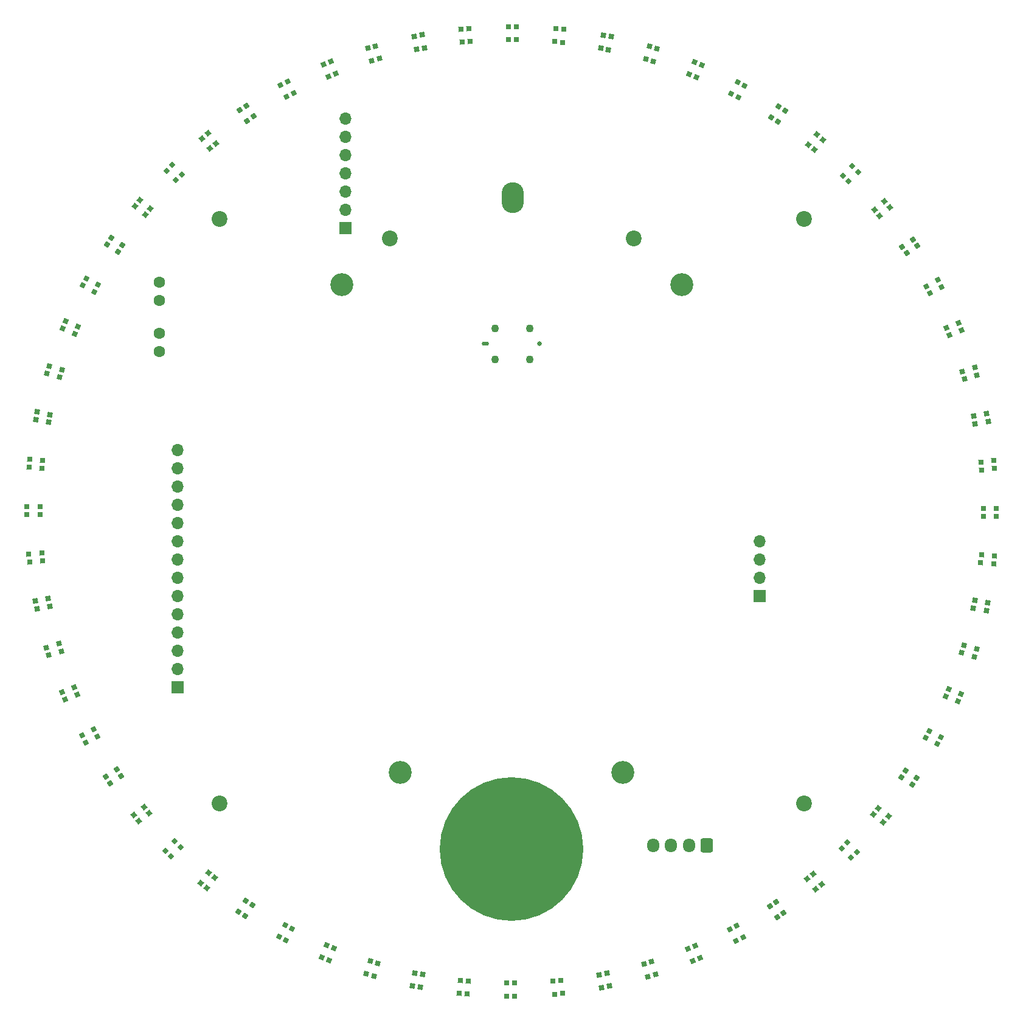
<source format=gbr>
%TF.GenerationSoftware,KiCad,Pcbnew,7.0.11*%
%TF.CreationDate,2025-01-20T02:06:30+09:00*%
%TF.ProjectId,IO,494f2e6b-6963-4616-945f-706362585858,rev?*%
%TF.SameCoordinates,Original*%
%TF.FileFunction,Soldermask,Top*%
%TF.FilePolarity,Negative*%
%FSLAX46Y46*%
G04 Gerber Fmt 4.6, Leading zero omitted, Abs format (unit mm)*
G04 Created by KiCad (PCBNEW 7.0.11) date 2025-01-20 02:06:30*
%MOMM*%
%LPD*%
G01*
G04 APERTURE LIST*
G04 Aperture macros list*
%AMRoundRect*
0 Rectangle with rounded corners*
0 $1 Rounding radius*
0 $2 $3 $4 $5 $6 $7 $8 $9 X,Y pos of 4 corners*
0 Add a 4 corners polygon primitive as box body*
4,1,4,$2,$3,$4,$5,$6,$7,$8,$9,$2,$3,0*
0 Add four circle primitives for the rounded corners*
1,1,$1+$1,$2,$3*
1,1,$1+$1,$4,$5*
1,1,$1+$1,$6,$7*
1,1,$1+$1,$8,$9*
0 Add four rect primitives between the rounded corners*
20,1,$1+$1,$2,$3,$4,$5,0*
20,1,$1+$1,$4,$5,$6,$7,0*
20,1,$1+$1,$6,$7,$8,$9,0*
20,1,$1+$1,$8,$9,$2,$3,0*%
%AMRotRect*
0 Rectangle, with rotation*
0 The origin of the aperture is its center*
0 $1 length*
0 $2 width*
0 $3 Rotation angle, in degrees counterclockwise*
0 Add horizontal line*
21,1,$1,$2,0,0,$3*%
G04 Aperture macros list end*
%ADD10RotRect,0.700000X0.700000X348.750000*%
%ADD11RotRect,0.700000X0.700000X196.875000*%
%ADD12RotRect,0.700000X0.700000X292.500000*%
%ADD13R,1.700000X1.700000*%
%ADD14O,1.700000X1.700000*%
%ADD15RotRect,0.700000X0.700000X140.625000*%
%ADD16RotRect,0.700000X0.700000X303.750000*%
%ADD17RotRect,0.700000X0.700000X50.625000*%
%ADD18RotRect,0.700000X0.700000X320.625000*%
%ADD19RotRect,0.700000X0.700000X45.000000*%
%ADD20C,2.200000*%
%ADD21RotRect,0.700000X0.700000X185.625000*%
%ADD22RotRect,0.700000X0.700000X101.250000*%
%ADD23C,3.200000*%
%ADD24RotRect,0.700000X0.700000X275.625000*%
%ADD25RotRect,0.700000X0.700000X236.250000*%
%ADD26RotRect,0.700000X0.700000X264.375000*%
%ADD27RotRect,0.700000X0.700000X174.375000*%
%ADD28R,0.700000X0.700000*%
%ADD29RotRect,0.700000X0.700000X106.875000*%
%ADD30RotRect,0.700000X0.700000X337.500000*%
%ADD31RotRect,0.700000X0.700000X241.875000*%
%ADD32RotRect,0.700000X0.700000X281.250000*%
%ADD33RotRect,0.700000X0.700000X213.750000*%
%ADD34RotRect,0.700000X0.700000X123.750000*%
%ADD35RotRect,0.700000X0.700000X118.125000*%
%ADD36RotRect,0.700000X0.700000X22.500000*%
%ADD37RotRect,0.700000X0.700000X146.250000*%
%ADD38RotRect,0.700000X0.700000X191.250000*%
%ADD39RotRect,0.700000X0.700000X253.125000*%
%ADD40RotRect,0.700000X0.700000X230.625000*%
%ADD41RotRect,0.700000X0.700000X5.625000*%
%ADD42RotRect,0.700000X0.700000X202.500000*%
%ADD43RotRect,0.700000X0.700000X95.625000*%
%ADD44RotRect,0.700000X0.700000X157.500000*%
%ADD45RotRect,0.700000X0.700000X112.500000*%
%ADD46RotRect,0.700000X0.700000X354.375000*%
%ADD47RotRect,0.700000X0.700000X61.875000*%
%ADD48RotRect,0.700000X0.700000X78.750000*%
%ADD49RotRect,0.700000X0.700000X326.250000*%
%ADD50RotRect,0.700000X0.700000X219.375000*%
%ADD51RotRect,0.700000X0.700000X28.125000*%
%ADD52RotRect,0.700000X0.700000X247.500000*%
%ADD53C,20.000000*%
%ADD54RotRect,0.700000X0.700000X163.125000*%
%ADD55RotRect,0.700000X0.700000X343.125000*%
%ADD56RotRect,0.700000X0.700000X286.875000*%
%ADD57RotRect,0.700000X0.700000X84.375000*%
%ADD58RotRect,0.700000X0.700000X129.375000*%
%ADD59RotRect,0.700000X0.700000X56.250000*%
%ADD60RotRect,0.700000X0.700000X309.375000*%
%ADD61RotRect,0.700000X0.700000X315.000000*%
%ADD62RotRect,0.700000X0.700000X73.125000*%
%ADD63RotRect,0.700000X0.700000X39.375000*%
%ADD64RotRect,0.700000X0.700000X208.125000*%
%ADD65RotRect,0.700000X0.700000X258.750000*%
%ADD66RotRect,0.700000X0.700000X168.750000*%
%ADD67RotRect,0.700000X0.700000X16.875000*%
%ADD68RotRect,0.700000X0.700000X67.500000*%
%ADD69RotRect,0.700000X0.700000X225.000000*%
%ADD70RotRect,0.700000X0.700000X11.250000*%
%ADD71RotRect,0.700000X0.700000X298.125000*%
%ADD72RotRect,0.700000X0.700000X331.875000*%
%ADD73RotRect,0.700000X0.700000X33.750000*%
%ADD74RotRect,0.700000X0.700000X135.000000*%
%ADD75RotRect,0.700000X0.700000X151.875000*%
%ADD76RoundRect,0.250000X0.600000X0.725000X-0.600000X0.725000X-0.600000X-0.725000X0.600000X-0.725000X0*%
%ADD77O,1.700000X1.950000*%
%ADD78C,1.600000*%
%ADD79C,0.660000*%
%ADD80O,1.000000X0.580000*%
%ADD81C,1.100000*%
%ADD82O,3.100000X4.300000*%
G04 APERTURE END LIST*
D10*
%TO.C,D23*%
X77219138Y-75730485D03*
X77004539Y-76809349D03*
X78799376Y-77166365D03*
X79013975Y-76087501D03*
%TD*%
D11*
%TO.C,D42*%
X208057349Y-70603527D03*
X207738036Y-69550892D03*
X205986835Y-70082113D03*
X206306148Y-71134748D03*
%TD*%
D12*
%TO.C,D40*%
X118072244Y-26946008D03*
X117055977Y-27366960D03*
X117756288Y-29057660D03*
X118772555Y-28636708D03*
%TD*%
D13*
%TO.C,J3*%
X177780000Y-101360000D03*
D14*
X177780000Y-98820000D03*
X177780000Y-96280000D03*
X177780000Y-93740000D03*
%TD*%
D15*
%TO.C,D59*%
X195024971Y-132885619D03*
X195722804Y-132035307D03*
X194308195Y-130874367D03*
X193610362Y-131724679D03*
%TD*%
D16*
%TO.C,D24*%
X106342469Y-33066856D03*
X105427852Y-33677983D03*
X106444545Y-35199572D03*
X107359162Y-34588445D03*
%TD*%
D17*
%TO.C,D61*%
X99948381Y-141298248D03*
X100798693Y-141996081D03*
X101959633Y-140581472D03*
X101109321Y-139883639D03*
%TD*%
D18*
%TO.C,D63*%
X91535754Y-46221661D03*
X90837921Y-47071973D03*
X92252530Y-48232913D03*
X92950363Y-47382601D03*
%TD*%
D19*
%TO.C,D6*%
X95085179Y-136801807D03*
X95862996Y-137579624D03*
X97157001Y-136285619D03*
X96379184Y-135507802D03*
%TD*%
D20*
%TO.C,REF\u002A\u002A*%
X183950000Y-48880000D03*
%TD*%
D21*
%TO.C,D58*%
X210509661Y-83605012D03*
X210401843Y-82510309D03*
X208580655Y-82689680D03*
X208688473Y-83784383D03*
%TD*%
D22*
%TO.C,D52*%
X155789968Y-155876146D03*
X156868832Y-155661547D03*
X156511816Y-153866710D03*
X155432952Y-154081309D03*
%TD*%
D23*
%TO.C,REF\u002A\u002A*%
X119590000Y-57970000D03*
%TD*%
D24*
%TO.C,D64*%
X137331734Y-22324342D03*
X136237031Y-22432160D03*
X136416402Y-24253348D03*
X137511105Y-24145530D03*
%TD*%
D25*
%TO.C,D49*%
X181331825Y-33810919D03*
X180417208Y-33199792D03*
X179400515Y-34721381D03*
X180315132Y-35332508D03*
%TD*%
D26*
%TO.C,D9*%
X150561819Y-22455612D03*
X149467116Y-22347794D03*
X149287745Y-24168982D03*
X150382448Y-24276800D03*
%TD*%
D27*
%TO.C,D11*%
X210378390Y-96835099D03*
X210486208Y-95740396D03*
X208665020Y-95561025D03*
X208557202Y-96655728D03*
%TD*%
D28*
%TO.C,D1*%
X143950000Y-22065000D03*
X142850000Y-22065000D03*
X142850000Y-23895000D03*
X143950000Y-23895000D03*
%TD*%
D29*
%TO.C,D44*%
X162230473Y-154330629D03*
X163283108Y-154011316D03*
X162751887Y-152260115D03*
X161699252Y-152579428D03*
%TD*%
D30*
%TO.C,D39*%
X81185250Y-63108188D03*
X80764298Y-64124455D03*
X82454998Y-64824766D03*
X82875950Y-63808499D03*
%TD*%
D23*
%TO.C,REF\u002A\u002A*%
X158790000Y-125890000D03*
%TD*%
D31*
%TO.C,D41*%
X175684855Y-30349639D03*
X174714741Y-29831103D03*
X173852085Y-31445019D03*
X174822199Y-31963555D03*
%TD*%
D32*
%TO.C,D56*%
X130770754Y-23231137D03*
X129691890Y-23445736D03*
X130048906Y-25240573D03*
X131127770Y-25025974D03*
%TD*%
D33*
%TO.C,D18*%
X199767145Y-52615746D03*
X199156018Y-51701129D03*
X197634429Y-52717822D03*
X198245556Y-53632439D03*
%TD*%
D34*
%TO.C,D20*%
X180218255Y-146040426D03*
X181132872Y-145429299D03*
X180116179Y-143907710D03*
X179201562Y-144518837D03*
%TD*%
D35*
%TO.C,D28*%
X174503716Y-149388974D03*
X175473830Y-148870438D03*
X174611174Y-147256522D03*
X173641060Y-147775058D03*
%TD*%
D23*
%TO.C,REF\u002A\u002A*%
X127790000Y-125890000D03*
%TD*%
D36*
%TO.C,D38*%
X80672728Y-114761757D03*
X81093680Y-115778024D03*
X82784380Y-115077713D03*
X82363428Y-114061446D03*
%TD*%
D13*
%TO.C,J1*%
X96780000Y-114070000D03*
D14*
X96780000Y-111530000D03*
X96780000Y-108990000D03*
X96780000Y-106450000D03*
X96780000Y-103910000D03*
X96780000Y-101370000D03*
X96780000Y-98830000D03*
X96780000Y-96290000D03*
X96780000Y-93750000D03*
X96780000Y-91210000D03*
X96780000Y-88670000D03*
X96780000Y-86130000D03*
X96780000Y-83590000D03*
X96780000Y-81050000D03*
%TD*%
D37*
%TO.C,D51*%
X199023083Y-127605105D03*
X199634210Y-126690488D03*
X198112621Y-125673795D03*
X197501494Y-126588412D03*
%TD*%
D38*
%TO.C,D50*%
X209602866Y-77044032D03*
X209388267Y-75965168D03*
X207593430Y-76322184D03*
X207808029Y-77401048D03*
%TD*%
D39*
%TO.C,D25*%
X163512084Y-25165424D03*
X162459449Y-24846111D03*
X161928228Y-26597312D03*
X162980863Y-26916625D03*
%TD*%
D40*
%TO.C,D57*%
X186612339Y-37809031D03*
X185762027Y-37111198D03*
X184601087Y-38525807D03*
X185451399Y-39223640D03*
%TD*%
D41*
%TO.C,D62*%
X76051062Y-95502267D03*
X76158880Y-96596970D03*
X77980068Y-96417599D03*
X77872250Y-95322896D03*
%TD*%
D42*
%TO.C,D34*%
X205887994Y-64345521D03*
X205467042Y-63329254D03*
X203776342Y-64029565D03*
X204197294Y-65045832D03*
%TD*%
D43*
%TO.C,D60*%
X149228988Y-156782941D03*
X150323691Y-156675123D03*
X150144320Y-154853935D03*
X149049617Y-154961753D03*
%TD*%
D44*
%TO.C,D35*%
X205375475Y-115999091D03*
X205796427Y-114982824D03*
X204105727Y-114282513D03*
X203684775Y-115298780D03*
%TD*%
D45*
%TO.C,D36*%
X168488479Y-152161275D03*
X169504746Y-151740323D03*
X168804435Y-150049623D03*
X167788168Y-150470575D03*
%TD*%
D46*
%TO.C,D15*%
X76182334Y-82272180D03*
X76074516Y-83366883D03*
X77895704Y-83546254D03*
X78003522Y-82451551D03*
%TD*%
D28*
%TO.C,D7*%
X75791722Y-88883999D03*
X75791722Y-89983999D03*
X77621722Y-89983999D03*
X77621722Y-88883999D03*
%TD*%
D47*
%TO.C,D45*%
X110875865Y-148757641D03*
X111845979Y-149276177D03*
X112708635Y-147662261D03*
X111738521Y-147143725D03*
%TD*%
D20*
%TO.C,REF\u002A\u002A*%
X126290000Y-51560000D03*
%TD*%
D13*
%TO.C,J5*%
X120170000Y-50160000D03*
D14*
X120170000Y-47620000D03*
X120170000Y-45080000D03*
X120170000Y-42540000D03*
X120170000Y-40000000D03*
X120170000Y-37460000D03*
X120170000Y-34920000D03*
%TD*%
D48*
%TO.C,D21*%
X129457206Y-155614865D03*
X130536070Y-155829464D03*
X130893086Y-154034627D03*
X129814222Y-153820028D03*
%TD*%
D20*
%TO.C,REF\u002A\u002A*%
X102630000Y-130210000D03*
%TD*%
D49*
%TO.C,D55*%
X87537642Y-51502175D03*
X86926515Y-52416792D03*
X88448104Y-53433485D03*
X89059231Y-52518868D03*
%TD*%
D50*
%TO.C,D10*%
X195874599Y-47256939D03*
X195176766Y-46406627D03*
X193762157Y-47567567D03*
X194459990Y-48417879D03*
%TD*%
D20*
%TO.C,REF\u002A\u002A*%
X183950000Y-130200000D03*
%TD*%
D51*
%TO.C,D30*%
X83445029Y-120776993D03*
X83963565Y-121747107D03*
X85577481Y-120884451D03*
X85058945Y-119914337D03*
%TD*%
D52*
%TO.C,D33*%
X169725811Y-27458527D03*
X168709544Y-27037575D03*
X168009233Y-28728275D03*
X169025500Y-29149227D03*
%TD*%
D28*
%TO.C,D5*%
X142610720Y-157042281D03*
X143710720Y-157042281D03*
X143710720Y-155212281D03*
X142610720Y-155212281D03*
%TD*%
D53*
%TO.C,REF\u002A\u002A*%
X143290000Y-136570000D03*
%TD*%
D54*
%TO.C,D27*%
X207668578Y-109785364D03*
X207987891Y-108732729D03*
X206236690Y-108201508D03*
X205917377Y-109254143D03*
%TD*%
D55*
%TO.C,D31*%
X78892147Y-69321915D03*
X78572834Y-70374550D03*
X80324035Y-70905771D03*
X80643348Y-69853136D03*
%TD*%
D56*
%TO.C,D48*%
X124330250Y-24776654D03*
X123277615Y-25095967D03*
X123808836Y-26847168D03*
X124861471Y-26527855D03*
%TD*%
D57*
%TO.C,D13*%
X135998901Y-156651669D03*
X137093604Y-156759487D03*
X137272975Y-154938299D03*
X136178272Y-154830481D03*
%TD*%
D58*
%TO.C,D12*%
X185577063Y-142147880D03*
X186427375Y-141450047D03*
X185266435Y-140035438D03*
X184416123Y-140733271D03*
%TD*%
D20*
%TO.C,REF\u002A\u002A*%
X102620000Y-48890000D03*
%TD*%
D59*
%TO.C,D53*%
X105228895Y-145296361D03*
X106143512Y-145907488D03*
X107160205Y-144385899D03*
X106245588Y-143774772D03*
%TD*%
D60*
%TO.C,D16*%
X100983662Y-36959401D03*
X100133350Y-37657234D03*
X101294290Y-39071843D03*
X102144602Y-38374010D03*
%TD*%
D61*
%TO.C,D8*%
X96032195Y-41358459D03*
X95254378Y-42136276D03*
X96548383Y-43430281D03*
X97326200Y-42652464D03*
%TD*%
D62*
%TO.C,D29*%
X123048636Y-153941856D03*
X124101271Y-154261169D03*
X124632492Y-152509968D03*
X123579857Y-152190655D03*
%TD*%
D63*
%TO.C,D14*%
X90686121Y-131850340D03*
X91383954Y-132700652D03*
X92798563Y-131539712D03*
X92100730Y-130689400D03*
%TD*%
D20*
%TO.C,REF\u002A\u002A*%
X160290000Y-51570000D03*
%TD*%
D64*
%TO.C,D26*%
X203115693Y-58330285D03*
X202597157Y-57360171D03*
X200983241Y-58222827D03*
X201501777Y-59192941D03*
%TD*%
D28*
%TO.C,D3*%
X210769002Y-90223280D03*
X210769002Y-89123280D03*
X208939002Y-89123280D03*
X208939002Y-90223280D03*
%TD*%
D65*
%TO.C,D17*%
X157103514Y-23492415D03*
X156024650Y-23277816D03*
X155667634Y-25072653D03*
X156746498Y-25287252D03*
%TD*%
D66*
%TO.C,D19*%
X209341587Y-103376794D03*
X209556186Y-102297930D03*
X207761349Y-101940914D03*
X207546750Y-103019778D03*
%TD*%
D67*
%TO.C,D46*%
X78503374Y-108503751D03*
X78822687Y-109556386D03*
X80573888Y-109025165D03*
X80254575Y-107972530D03*
%TD*%
D68*
%TO.C,D37*%
X116834909Y-151648753D03*
X117851176Y-152069705D03*
X118551487Y-150379005D03*
X117535220Y-149958053D03*
%TD*%
D23*
%TO.C,REF\u002A\u002A*%
X167000000Y-57970000D03*
%TD*%
D69*
%TO.C,D2*%
X191475541Y-42305472D03*
X190697724Y-41527655D03*
X189403719Y-42821660D03*
X190181536Y-43599477D03*
%TD*%
D70*
%TO.C,D54*%
X76957857Y-102063247D03*
X77172456Y-103142111D03*
X78967293Y-102785095D03*
X78752694Y-101706231D03*
%TD*%
D71*
%TO.C,D32*%
X112057008Y-29718309D03*
X111086894Y-30236845D03*
X111949550Y-31850761D03*
X112919664Y-31332225D03*
%TD*%
D72*
%TO.C,D47*%
X84076362Y-57149145D03*
X83557826Y-58119259D03*
X85171742Y-58981915D03*
X85690278Y-58011801D03*
%TD*%
D73*
%TO.C,D22*%
X86793576Y-126491532D03*
X87404703Y-127406149D03*
X88926292Y-126389456D03*
X88315165Y-125474839D03*
%TD*%
D74*
%TO.C,D4*%
X190528530Y-137748822D03*
X191306347Y-136971005D03*
X190012342Y-135677000D03*
X189234525Y-136454817D03*
%TD*%
D75*
%TO.C,D43*%
X202484363Y-121958135D03*
X203002899Y-120988021D03*
X201388983Y-120125365D03*
X200870447Y-121095479D03*
%TD*%
D76*
%TO.C,J2*%
X170460000Y-136065000D03*
D77*
X167960000Y-136065000D03*
X165460000Y-136065000D03*
X162960000Y-136065000D03*
%TD*%
D78*
%TO.C,C2*%
X94234000Y-67290000D03*
X94234000Y-64790000D03*
%TD*%
D79*
%TO.C,J4*%
X147110000Y-66235000D03*
D80*
X139610000Y-66235000D03*
D81*
X145760000Y-68385000D03*
X145760000Y-64085000D03*
X140960000Y-68385000D03*
X140960000Y-64085000D03*
%TD*%
D78*
%TO.C,C4*%
X94214000Y-60198000D03*
X94214000Y-57698000D03*
%TD*%
D82*
%TO.C,U3*%
X143461436Y-45917848D03*
%TD*%
M02*

</source>
